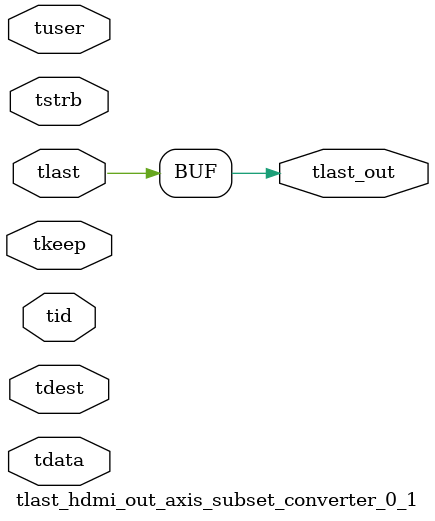
<source format=v>


`timescale 1ps/1ps

module tlast_hdmi_out_axis_subset_converter_0_1 #
(
parameter C_S_AXIS_TID_WIDTH   = 1,
parameter C_S_AXIS_TUSER_WIDTH = 0,
parameter C_S_AXIS_TDATA_WIDTH = 0,
parameter C_S_AXIS_TDEST_WIDTH = 0
)
(
input  [(C_S_AXIS_TID_WIDTH   == 0 ? 1 : C_S_AXIS_TID_WIDTH)-1:0       ] tid,
input  [(C_S_AXIS_TDATA_WIDTH == 0 ? 1 : C_S_AXIS_TDATA_WIDTH)-1:0     ] tdata,
input  [(C_S_AXIS_TUSER_WIDTH == 0 ? 1 : C_S_AXIS_TUSER_WIDTH)-1:0     ] tuser,
input  [(C_S_AXIS_TDEST_WIDTH == 0 ? 1 : C_S_AXIS_TDEST_WIDTH)-1:0     ] tdest,
input  [(C_S_AXIS_TDATA_WIDTH/8)-1:0 ] tkeep,
input  [(C_S_AXIS_TDATA_WIDTH/8)-1:0 ] tstrb,
input  [0:0]                                                             tlast,
output                                                                   tlast_out
);

assign tlast_out = {tlast};

endmodule


</source>
